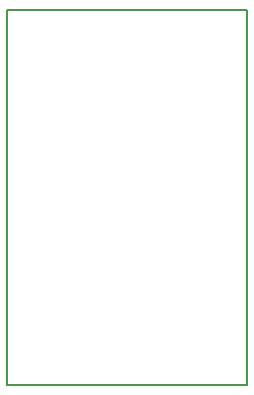
<source format=gbr>
G04 #@! TF.GenerationSoftware,KiCad,Pcbnew,(5.1.10)-1*
G04 #@! TF.CreationDate,2021-09-27T22:25:22-06:00*
G04 #@! TF.ProjectId,BlueMicro833_vddh,426c7565-4d69-4637-926f-3833335f7664,rev?*
G04 #@! TF.SameCoordinates,Original*
G04 #@! TF.FileFunction,Profile,NP*
%FSLAX46Y46*%
G04 Gerber Fmt 4.6, Leading zero omitted, Abs format (unit mm)*
G04 Created by KiCad (PCBNEW (5.1.10)-1) date 2021-09-27 22:25:22*
%MOMM*%
%LPD*%
G01*
G04 APERTURE LIST*
G04 #@! TA.AperFunction,Profile*
%ADD10C,0.150000*%
G04 #@! TD*
G04 APERTURE END LIST*
D10*
X113961533Y-141562775D02*
X93641533Y-141562775D01*
X93641533Y-109812775D02*
X113961533Y-109812775D01*
X93641533Y-141562775D02*
X93641533Y-109812775D01*
X113961533Y-109812775D02*
X113961533Y-141562775D01*
M02*

</source>
